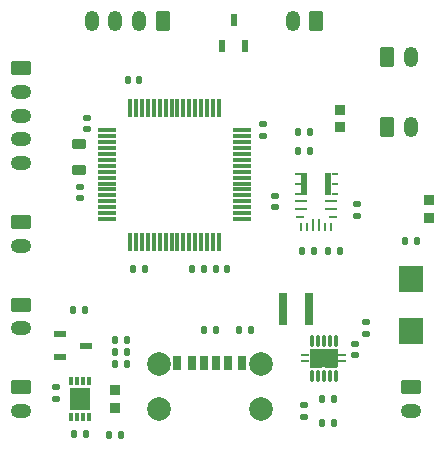
<source format=gbr>
%TF.GenerationSoftware,KiCad,Pcbnew,(7.0.0)*%
%TF.CreationDate,2023-09-18T04:22:57-04:00*%
%TF.ProjectId,Rangefinder,52616e67-6566-4696-9e64-65722e6b6963,rev?*%
%TF.SameCoordinates,Original*%
%TF.FileFunction,Soldermask,Top*%
%TF.FilePolarity,Negative*%
%FSLAX46Y46*%
G04 Gerber Fmt 4.6, Leading zero omitted, Abs format (unit mm)*
G04 Created by KiCad (PCBNEW (7.0.0)) date 2023-09-18 04:22:57*
%MOMM*%
%LPD*%
G01*
G04 APERTURE LIST*
G04 Aperture macros list*
%AMRoundRect*
0 Rectangle with rounded corners*
0 $1 Rounding radius*
0 $2 $3 $4 $5 $6 $7 $8 $9 X,Y pos of 4 corners*
0 Add a 4 corners polygon primitive as box body*
4,1,4,$2,$3,$4,$5,$6,$7,$8,$9,$2,$3,0*
0 Add four circle primitives for the rounded corners*
1,1,$1+$1,$2,$3*
1,1,$1+$1,$4,$5*
1,1,$1+$1,$6,$7*
1,1,$1+$1,$8,$9*
0 Add four rect primitives between the rounded corners*
20,1,$1+$1,$2,$3,$4,$5,0*
20,1,$1+$1,$4,$5,$6,$7,0*
20,1,$1+$1,$6,$7,$8,$9,0*
20,1,$1+$1,$8,$9,$2,$3,0*%
G04 Aperture macros list end*
%ADD10RoundRect,0.140000X-0.140000X-0.170000X0.140000X-0.170000X0.140000X0.170000X-0.140000X0.170000X0*%
%ADD11R,0.600000X1.050000*%
%ADD12RoundRect,0.135000X-0.135000X-0.185000X0.135000X-0.185000X0.135000X0.185000X-0.135000X0.185000X0*%
%ADD13RoundRect,0.250000X0.350000X0.625000X-0.350000X0.625000X-0.350000X-0.625000X0.350000X-0.625000X0*%
%ADD14O,1.200000X1.750000*%
%ADD15RoundRect,0.135000X0.185000X-0.135000X0.185000X0.135000X-0.185000X0.135000X-0.185000X-0.135000X0*%
%ADD16RoundRect,0.140000X0.170000X-0.140000X0.170000X0.140000X-0.170000X0.140000X-0.170000X-0.140000X0*%
%ADD17R,0.300000X0.750000*%
%ADD18R,1.750000X1.900000*%
%ADD19RoundRect,0.140000X0.140000X0.170000X-0.140000X0.170000X-0.140000X-0.170000X0.140000X-0.170000X0*%
%ADD20RoundRect,0.135000X0.135000X0.185000X-0.135000X0.185000X-0.135000X-0.185000X0.135000X-0.185000X0*%
%ADD21R,2.150000X2.200000*%
%ADD22RoundRect,0.140000X-0.170000X0.140000X-0.170000X-0.140000X0.170000X-0.140000X0.170000X0.140000X0*%
%ADD23RoundRect,0.075000X-0.700000X-0.075000X0.700000X-0.075000X0.700000X0.075000X-0.700000X0.075000X0*%
%ADD24RoundRect,0.075000X-0.075000X-0.700000X0.075000X-0.700000X0.075000X0.700000X-0.075000X0.700000X0*%
%ADD25RoundRect,0.250000X-0.350000X-0.625000X0.350000X-0.625000X0.350000X0.625000X-0.350000X0.625000X0*%
%ADD26RoundRect,0.250000X-0.625000X0.350000X-0.625000X-0.350000X0.625000X-0.350000X0.625000X0.350000X0*%
%ADD27O,1.750000X1.200000*%
%ADD28R,0.700000X1.200000*%
%ADD29R,0.760000X1.200000*%
%ADD30R,0.800000X1.200000*%
%ADD31C,2.010000*%
%ADD32R,1.050000X0.600000*%
%ADD33R,0.950000X0.900000*%
%ADD34R,0.800000X2.700000*%
%ADD35RoundRect,0.070000X-0.140000X0.140000X-0.140000X-0.140000X0.140000X-0.140000X0.140000X0.140000X0*%
%ADD36O,0.420000X0.990000*%
%ADD37C,0.600000*%
%ADD38R,1.050000X0.680000*%
%ADD39R,0.500000X0.260000*%
%ADD40R,0.700000X0.280000*%
%ADD41R,2.400000X1.650000*%
%ADD42RoundRect,0.218750X-0.381250X0.218750X-0.381250X-0.218750X0.381250X-0.218750X0.381250X0.218750X0*%
%ADD43RoundRect,0.135000X-0.185000X0.135000X-0.185000X-0.135000X0.185000X-0.135000X0.185000X0.135000X0*%
%ADD44R,0.800000X0.250000*%
%ADD45R,1.100000X0.250000*%
%ADD46R,0.500000X0.250000*%
%ADD47R,0.250000X0.700000*%
%ADD48R,0.250000X1.100000*%
%ADD49R,0.600000X1.950000*%
G04 APERTURE END LIST*
D10*
%TO.C,C5*%
X143520000Y-115000000D03*
X144480000Y-115000000D03*
%TD*%
D11*
%TO.C,Q1*%
X151049999Y-96099999D03*
X152949999Y-96099999D03*
X151999999Y-93899999D03*
%TD*%
D12*
%TO.C,R1*%
X149463157Y-120153463D03*
X150483157Y-120153463D03*
%TD*%
D13*
%TO.C,J5*%
X159000000Y-94000000D03*
D14*
X156999999Y-93999999D03*
%TD*%
D15*
%TO.C,R9*%
X162470505Y-110494308D03*
X162470505Y-109474308D03*
%TD*%
D16*
%TO.C,C2*%
X139595765Y-103170126D03*
X139595765Y-102210126D03*
%TD*%
%TO.C,C3*%
X154508097Y-103685388D03*
X154508097Y-102725388D03*
%TD*%
D17*
%TO.C,IC1*%
X139749999Y-124499999D03*
X139249999Y-124499999D03*
X138749999Y-124499999D03*
X138249999Y-124499999D03*
X138249999Y-127499999D03*
X138749999Y-127499999D03*
X139249999Y-127499999D03*
X139749999Y-127499999D03*
D18*
X138999999Y-125999999D03*
%TD*%
D19*
%TO.C,C9*%
X142960000Y-123000000D03*
X142000000Y-123000000D03*
%TD*%
D12*
%TO.C,R2*%
X152490000Y-120146374D03*
X153510000Y-120146374D03*
%TD*%
D20*
%TO.C,R11*%
X160979636Y-113478667D03*
X159959636Y-113478667D03*
%TD*%
D19*
%TO.C,C10*%
X160490000Y-128000000D03*
X159530000Y-128000000D03*
%TD*%
D21*
%TO.C,D3*%
X166999999Y-115799999D03*
X166999999Y-120199999D03*
%TD*%
D19*
%TO.C,C8*%
X142960000Y-122000000D03*
X142000000Y-122000000D03*
%TD*%
D22*
%TO.C,C12*%
X163250000Y-119500000D03*
X163250000Y-120460000D03*
%TD*%
D23*
%TO.C,STM32F411*%
X141325000Y-103250000D03*
X141325000Y-103750000D03*
X141325000Y-104250000D03*
X141325000Y-104750000D03*
X141325000Y-105250000D03*
X141325000Y-105750000D03*
X141325000Y-106250000D03*
X141325000Y-106750000D03*
X141325000Y-107250000D03*
X141325000Y-107750000D03*
X141325000Y-108250000D03*
X141325000Y-108750000D03*
X141325000Y-109250000D03*
X141325000Y-109750000D03*
X141325000Y-110250000D03*
X141325000Y-110750000D03*
D24*
X143250000Y-112675000D03*
X143750000Y-112675000D03*
X144250000Y-112675000D03*
X144750000Y-112675000D03*
X145250000Y-112675000D03*
X145750000Y-112675000D03*
X146250000Y-112675000D03*
X146750000Y-112675000D03*
X147250000Y-112675000D03*
X147750000Y-112675000D03*
X148250000Y-112675000D03*
X148750000Y-112675000D03*
X149250000Y-112675000D03*
X149750000Y-112675000D03*
X150250000Y-112675000D03*
X150750000Y-112675000D03*
D23*
X152675000Y-110750000D03*
X152675000Y-110250000D03*
X152675000Y-109750000D03*
X152675000Y-109250000D03*
X152675000Y-108750000D03*
X152675000Y-108250000D03*
X152675000Y-107750000D03*
X152675000Y-107250000D03*
X152675000Y-106750000D03*
X152675000Y-106250000D03*
X152675000Y-105750000D03*
X152675000Y-105250000D03*
X152675000Y-104750000D03*
X152675000Y-104250000D03*
X152675000Y-103750000D03*
X152675000Y-103250000D03*
D24*
X150750000Y-101325000D03*
X150250000Y-101325000D03*
X149750000Y-101325000D03*
X149250000Y-101325000D03*
X148750000Y-101325000D03*
X148250000Y-101325000D03*
X147750000Y-101325000D03*
X147250000Y-101325000D03*
X146750000Y-101325000D03*
X146250000Y-101325000D03*
X145750000Y-101325000D03*
X145250000Y-101325000D03*
X144750000Y-101325000D03*
X144250000Y-101325000D03*
X143750000Y-101325000D03*
X143250000Y-101325000D03*
%TD*%
D20*
%TO.C,R8*%
X139443993Y-118438713D03*
X138423993Y-118438713D03*
%TD*%
%TO.C,R13*%
X167510000Y-112632571D03*
X166490000Y-112632571D03*
%TD*%
D19*
%TO.C,C14*%
X158798281Y-113486453D03*
X157838281Y-113486453D03*
%TD*%
D13*
%TO.C,J6*%
X146000000Y-94000000D03*
D14*
X143999999Y-93999999D03*
X141999999Y-93999999D03*
X139999999Y-93999999D03*
%TD*%
D16*
%TO.C,C13*%
X155470107Y-109774687D03*
X155470107Y-108814687D03*
%TD*%
D25*
%TO.C,J10*%
X165000000Y-103000000D03*
D14*
X166999999Y-102999999D03*
%TD*%
D10*
%TO.C,C6*%
X150520000Y-115000000D03*
X151480000Y-115000000D03*
%TD*%
D12*
%TO.C,R5*%
X142000000Y-121000000D03*
X143020000Y-121000000D03*
%TD*%
D26*
%TO.C,J8*%
X134000000Y-118000000D03*
D27*
X133999999Y-119999999D03*
%TD*%
D16*
%TO.C,C7*%
X137000000Y-125960000D03*
X137000000Y-125000000D03*
%TD*%
D20*
%TO.C,R10*%
X158510000Y-105000000D03*
X157490000Y-105000000D03*
%TD*%
D22*
%TO.C,C11*%
X162293743Y-121330328D03*
X162293743Y-122290328D03*
%TD*%
D20*
%TO.C,R4*%
X142510000Y-129000000D03*
X141490000Y-129000000D03*
%TD*%
D25*
%TO.C,J4*%
X165000000Y-97000000D03*
D14*
X166999999Y-96999999D03*
%TD*%
D28*
%TO.C,J1*%
X149499999Y-122919999D03*
D29*
X151519999Y-122919999D03*
D30*
X152749999Y-122919999D03*
D28*
X150499999Y-122919999D03*
D29*
X148479999Y-122919999D03*
D30*
X147249999Y-122919999D03*
D31*
X145680000Y-123000000D03*
X145680000Y-126800000D03*
X154320000Y-126800000D03*
X154320000Y-123000000D03*
%TD*%
D26*
%TO.C,J9*%
X167000000Y-125000000D03*
D27*
X166999999Y-126999999D03*
%TD*%
D32*
%TO.C,Q2*%
X137287045Y-120515439D03*
X137287045Y-122415439D03*
X139487045Y-121465439D03*
%TD*%
D33*
%TO.C,LED2*%
X160999999Y-102999999D03*
X160999999Y-101499999D03*
%TD*%
D19*
%TO.C,C4*%
X144000000Y-99000000D03*
X143040000Y-99000000D03*
%TD*%
D26*
%TO.C,J11*%
X134000000Y-111000000D03*
D27*
X133999999Y-112999999D03*
%TD*%
D20*
%TO.C,R3*%
X139527612Y-128982987D03*
X138507612Y-128982987D03*
%TD*%
D34*
%TO.C,L3*%
X156229984Y-118395034D03*
X158429984Y-118395034D03*
%TD*%
D20*
%TO.C,R12*%
X158510000Y-103414193D03*
X157490000Y-103414193D03*
%TD*%
D16*
%TO.C,C1*%
X139000000Y-109000000D03*
X139000000Y-108040000D03*
%TD*%
D35*
%TO.C,U2*%
X160635000Y-120790000D03*
D36*
X160634999Y-121074999D03*
D35*
X160135000Y-120790000D03*
D36*
X160134999Y-121074999D03*
D35*
X159635000Y-120790000D03*
D36*
X159634999Y-121074999D03*
D35*
X159135000Y-120790000D03*
D36*
X159134999Y-121074999D03*
D35*
X158635000Y-120790000D03*
D36*
X158634999Y-121074999D03*
X158634999Y-124024999D03*
D35*
X158635000Y-124310000D03*
D36*
X159134999Y-124024999D03*
D35*
X159135000Y-124310000D03*
D36*
X159634999Y-124024999D03*
D35*
X159635000Y-124310000D03*
D36*
X160134999Y-124024999D03*
D35*
X160135000Y-124310000D03*
D36*
X160634999Y-124024999D03*
D35*
X160635000Y-124310000D03*
D37*
X160385000Y-122050000D03*
X158885000Y-122050000D03*
D38*
X160269999Y-122099999D03*
X158999999Y-122099999D03*
D39*
X161264999Y-122299999D03*
D40*
X161184999Y-122299999D03*
X158084999Y-122299999D03*
D39*
X158004999Y-122299999D03*
D37*
X159635000Y-122550000D03*
D41*
X159634999Y-122549999D03*
D39*
X161264999Y-122799999D03*
D40*
X161184999Y-122799999D03*
X158084999Y-122799999D03*
D39*
X158004999Y-122799999D03*
D38*
X160269999Y-122999999D03*
X158999999Y-122999999D03*
D37*
X160385000Y-123050000D03*
X158885000Y-123050000D03*
%TD*%
D33*
%TO.C,LED3*%
X168526961Y-109170502D03*
X168526961Y-110670502D03*
%TD*%
D42*
%TO.C,L1*%
X138931486Y-104444504D03*
X138931486Y-106569504D03*
%TD*%
D33*
%TO.C,LED1*%
X141999999Y-126749999D03*
X141999999Y-125249999D03*
%TD*%
D10*
%TO.C,C15*%
X148520000Y-115000000D03*
X149480000Y-115000000D03*
%TD*%
D43*
%TO.C,R7*%
X158000000Y-126490000D03*
X158000000Y-127510000D03*
%TD*%
D26*
%TO.C,J3*%
X134000000Y-98000000D03*
D27*
X133999999Y-99999999D03*
X133999999Y-101999999D03*
X133999999Y-103999999D03*
X133999999Y-105999999D03*
%TD*%
D44*
%TO.C,IC2*%
X160399999Y-110549999D03*
D45*
X160249999Y-109899999D03*
X160249999Y-109249999D03*
D46*
X160549999Y-108599999D03*
X160549999Y-107749999D03*
X160549999Y-106899999D03*
X157449999Y-106899999D03*
X157449999Y-107749999D03*
X157449999Y-108599999D03*
D45*
X157749999Y-109249999D03*
X157749999Y-109899999D03*
D44*
X157599999Y-110549999D03*
D47*
X157749999Y-111449999D03*
X158249999Y-111449999D03*
D48*
X158749999Y-111249999D03*
X159249999Y-111249999D03*
D47*
X159749999Y-111449999D03*
X160249999Y-111449999D03*
D49*
X159999999Y-107749999D03*
X157999999Y-107749999D03*
%TD*%
D26*
%TO.C,J7*%
X134000000Y-125000000D03*
D27*
X133999999Y-126999999D03*
%TD*%
D20*
%TO.C,R6*%
X160510000Y-126000000D03*
X159490000Y-126000000D03*
%TD*%
M02*

</source>
